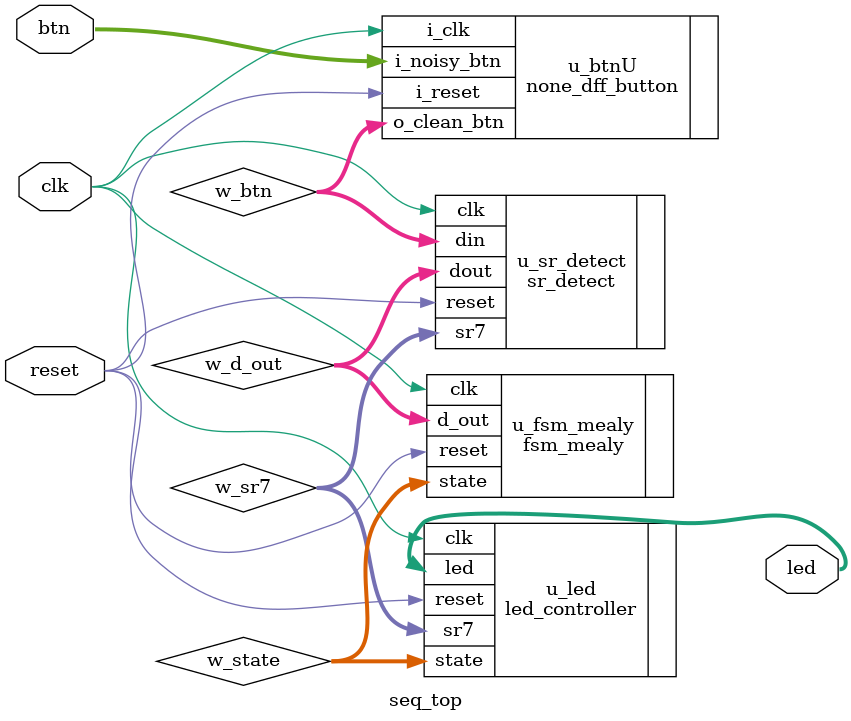
<source format=v>
`timescale 1ns / 1ps

module seq_top(
    input clk,
    input reset,
    input [1:0] btn, // btn[0] up, btn[1] down
    output [15:0] led
    );

    wire [1:0] w_d_out;
    wire [1:0] w_btn;    
    wire [2:0] w_state;
    wire [6:0] w_sr7;

    none_dff_button u_btnU(
        .i_clk(clk),
        .i_reset(reset),
        .i_noisy_btn(btn),
        .o_clean_btn(w_btn) // btnU 누르면 1, btnD 누르면 0
    );

    sr_detect u_sr_detect(
        .clk(clk),
        .reset(reset),
        .din(w_btn),
        .dout(w_d_out),
        .sr7(w_sr7)
    );

    fsm_mealy u_fsm_mealy(
        .clk(clk), 
        .reset(reset),
        .d_out(w_d_out), // 최근 bit 입력 
        .state(w_state)
    );

    led_controller u_led(
        .clk(clk),
        .reset(reset),
        .state(w_state),
        .sr7(w_sr7),
        .led(led)
    );

endmodule

</source>
